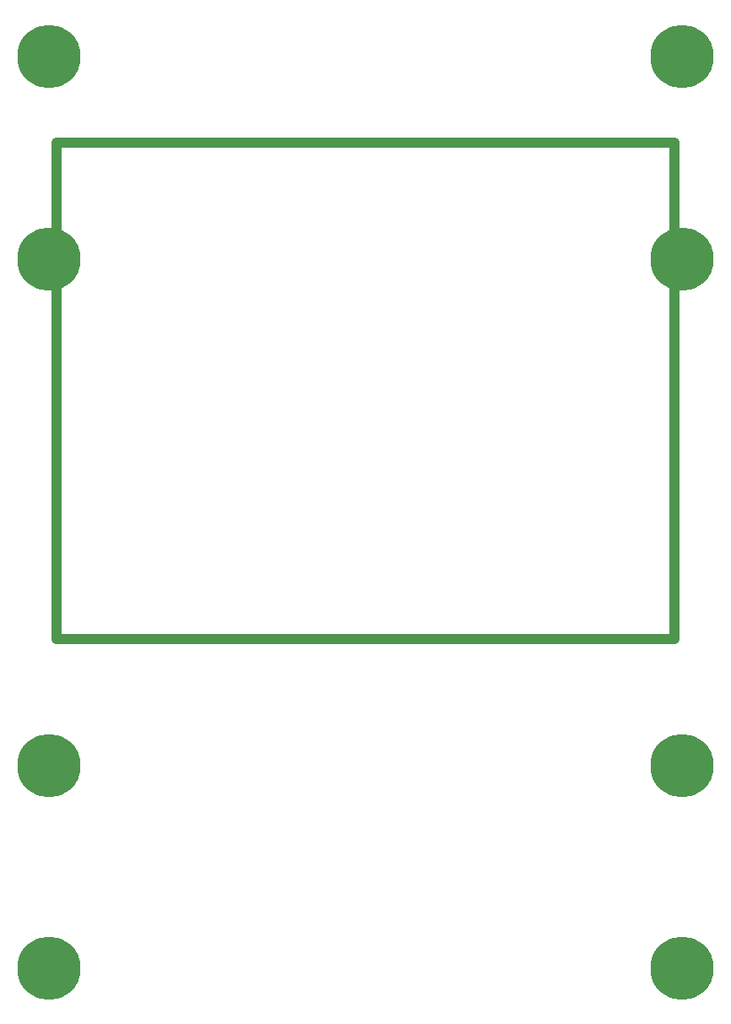
<source format=gbr>
G04 start of page 5 for group 3 idx 3 *
G04 Title: (unknown), power *
G04 Creator: pcb 20110918 *
G04 CreationDate: Wed Oct  9 19:39:00 2013 UTC *
G04 For: fosse *
G04 Format: Gerber/RS-274X *
G04 PCB-Dimensions: 600000 500000 *
G04 PCB-Coordinate-Origin: lower left *
%MOIN*%
%FSLAX25Y25*%
%LNGROUP3*%
%ADD23C,0.1090*%
%ADD22C,0.2500*%
%ADD21C,0.0400*%
G54D21*X105500Y372000D02*X349500D01*
X105500D02*Y176000D01*
X349500D01*
Y372000D01*
G54D22*X352500Y46000D03*
X102500Y406000D03*
Y46000D03*
Y326000D03*
Y126000D03*
X352500Y406000D03*
Y326000D03*
Y126000D03*
G54D23*M02*

</source>
